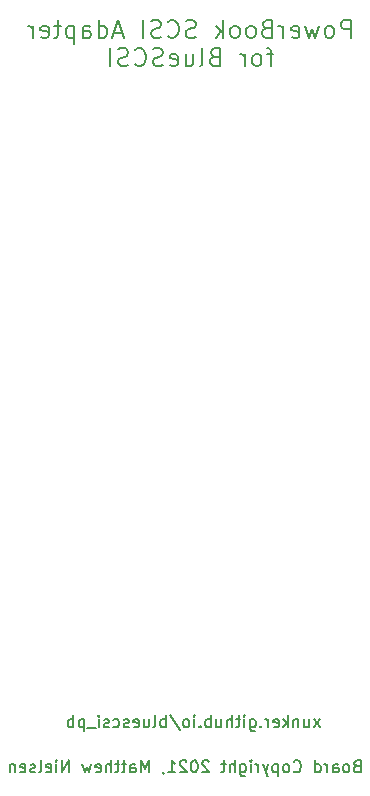
<source format=gbr>
%TF.GenerationSoftware,KiCad,Pcbnew,(5.1.8-0-10_14)*%
%TF.CreationDate,2021-04-03T20:08:11-06:00*%
%TF.ProjectId,bluescsi_powerbook,626c7565-7363-4736-995f-706f77657262,rev?*%
%TF.SameCoordinates,Original*%
%TF.FileFunction,Legend,Bot*%
%TF.FilePolarity,Positive*%
%FSLAX46Y46*%
G04 Gerber Fmt 4.6, Leading zero omitted, Abs format (unit mm)*
G04 Created by KiCad (PCBNEW (5.1.8-0-10_14)) date 2021-04-03 20:08:11*
%MOMM*%
%LPD*%
G01*
G04 APERTURE LIST*
%ADD10C,0.150000*%
G04 APERTURE END LIST*
D10*
X128029642Y-131262380D02*
X127505833Y-130595714D01*
X128029642Y-130595714D02*
X127505833Y-131262380D01*
X126696309Y-130595714D02*
X126696309Y-131262380D01*
X127124880Y-130595714D02*
X127124880Y-131119523D01*
X127077261Y-131214761D01*
X126982023Y-131262380D01*
X126839166Y-131262380D01*
X126743928Y-131214761D01*
X126696309Y-131167142D01*
X126220119Y-130595714D02*
X126220119Y-131262380D01*
X126220119Y-130690952D02*
X126172500Y-130643333D01*
X126077261Y-130595714D01*
X125934404Y-130595714D01*
X125839166Y-130643333D01*
X125791547Y-130738571D01*
X125791547Y-131262380D01*
X125315357Y-131262380D02*
X125315357Y-130262380D01*
X125220119Y-130881428D02*
X124934404Y-131262380D01*
X124934404Y-130595714D02*
X125315357Y-130976666D01*
X124124880Y-131214761D02*
X124220119Y-131262380D01*
X124410595Y-131262380D01*
X124505833Y-131214761D01*
X124553452Y-131119523D01*
X124553452Y-130738571D01*
X124505833Y-130643333D01*
X124410595Y-130595714D01*
X124220119Y-130595714D01*
X124124880Y-130643333D01*
X124077261Y-130738571D01*
X124077261Y-130833809D01*
X124553452Y-130929047D01*
X123648690Y-131262380D02*
X123648690Y-130595714D01*
X123648690Y-130786190D02*
X123601071Y-130690952D01*
X123553452Y-130643333D01*
X123458214Y-130595714D01*
X123362976Y-130595714D01*
X123029642Y-131167142D02*
X122982023Y-131214761D01*
X123029642Y-131262380D01*
X123077261Y-131214761D01*
X123029642Y-131167142D01*
X123029642Y-131262380D01*
X122124880Y-130595714D02*
X122124880Y-131405238D01*
X122172500Y-131500476D01*
X122220119Y-131548095D01*
X122315357Y-131595714D01*
X122458214Y-131595714D01*
X122553452Y-131548095D01*
X122124880Y-131214761D02*
X122220119Y-131262380D01*
X122410595Y-131262380D01*
X122505833Y-131214761D01*
X122553452Y-131167142D01*
X122601071Y-131071904D01*
X122601071Y-130786190D01*
X122553452Y-130690952D01*
X122505833Y-130643333D01*
X122410595Y-130595714D01*
X122220119Y-130595714D01*
X122124880Y-130643333D01*
X121648690Y-131262380D02*
X121648690Y-130595714D01*
X121648690Y-130262380D02*
X121696309Y-130310000D01*
X121648690Y-130357619D01*
X121601071Y-130310000D01*
X121648690Y-130262380D01*
X121648690Y-130357619D01*
X121315357Y-130595714D02*
X120934404Y-130595714D01*
X121172500Y-130262380D02*
X121172500Y-131119523D01*
X121124880Y-131214761D01*
X121029642Y-131262380D01*
X120934404Y-131262380D01*
X120601071Y-131262380D02*
X120601071Y-130262380D01*
X120172500Y-131262380D02*
X120172500Y-130738571D01*
X120220119Y-130643333D01*
X120315357Y-130595714D01*
X120458214Y-130595714D01*
X120553452Y-130643333D01*
X120601071Y-130690952D01*
X119267738Y-130595714D02*
X119267738Y-131262380D01*
X119696309Y-130595714D02*
X119696309Y-131119523D01*
X119648690Y-131214761D01*
X119553452Y-131262380D01*
X119410595Y-131262380D01*
X119315357Y-131214761D01*
X119267738Y-131167142D01*
X118791547Y-131262380D02*
X118791547Y-130262380D01*
X118791547Y-130643333D02*
X118696309Y-130595714D01*
X118505833Y-130595714D01*
X118410595Y-130643333D01*
X118362976Y-130690952D01*
X118315357Y-130786190D01*
X118315357Y-131071904D01*
X118362976Y-131167142D01*
X118410595Y-131214761D01*
X118505833Y-131262380D01*
X118696309Y-131262380D01*
X118791547Y-131214761D01*
X117886785Y-131167142D02*
X117839166Y-131214761D01*
X117886785Y-131262380D01*
X117934404Y-131214761D01*
X117886785Y-131167142D01*
X117886785Y-131262380D01*
X117410595Y-131262380D02*
X117410595Y-130595714D01*
X117410595Y-130262380D02*
X117458214Y-130310000D01*
X117410595Y-130357619D01*
X117362976Y-130310000D01*
X117410595Y-130262380D01*
X117410595Y-130357619D01*
X116791547Y-131262380D02*
X116886785Y-131214761D01*
X116934404Y-131167142D01*
X116982023Y-131071904D01*
X116982023Y-130786190D01*
X116934404Y-130690952D01*
X116886785Y-130643333D01*
X116791547Y-130595714D01*
X116648690Y-130595714D01*
X116553452Y-130643333D01*
X116505833Y-130690952D01*
X116458214Y-130786190D01*
X116458214Y-131071904D01*
X116505833Y-131167142D01*
X116553452Y-131214761D01*
X116648690Y-131262380D01*
X116791547Y-131262380D01*
X115315357Y-130214761D02*
X116172500Y-131500476D01*
X114982023Y-131262380D02*
X114982023Y-130262380D01*
X114982023Y-130643333D02*
X114886785Y-130595714D01*
X114696309Y-130595714D01*
X114601071Y-130643333D01*
X114553452Y-130690952D01*
X114505833Y-130786190D01*
X114505833Y-131071904D01*
X114553452Y-131167142D01*
X114601071Y-131214761D01*
X114696309Y-131262380D01*
X114886785Y-131262380D01*
X114982023Y-131214761D01*
X113934404Y-131262380D02*
X114029642Y-131214761D01*
X114077261Y-131119523D01*
X114077261Y-130262380D01*
X113124880Y-130595714D02*
X113124880Y-131262380D01*
X113553452Y-130595714D02*
X113553452Y-131119523D01*
X113505833Y-131214761D01*
X113410595Y-131262380D01*
X113267738Y-131262380D01*
X113172500Y-131214761D01*
X113124880Y-131167142D01*
X112267738Y-131214761D02*
X112362976Y-131262380D01*
X112553452Y-131262380D01*
X112648690Y-131214761D01*
X112696309Y-131119523D01*
X112696309Y-130738571D01*
X112648690Y-130643333D01*
X112553452Y-130595714D01*
X112362976Y-130595714D01*
X112267738Y-130643333D01*
X112220119Y-130738571D01*
X112220119Y-130833809D01*
X112696309Y-130929047D01*
X111839166Y-131214761D02*
X111743928Y-131262380D01*
X111553452Y-131262380D01*
X111458214Y-131214761D01*
X111410595Y-131119523D01*
X111410595Y-131071904D01*
X111458214Y-130976666D01*
X111553452Y-130929047D01*
X111696309Y-130929047D01*
X111791547Y-130881428D01*
X111839166Y-130786190D01*
X111839166Y-130738571D01*
X111791547Y-130643333D01*
X111696309Y-130595714D01*
X111553452Y-130595714D01*
X111458214Y-130643333D01*
X110553452Y-131214761D02*
X110648690Y-131262380D01*
X110839166Y-131262380D01*
X110934404Y-131214761D01*
X110982023Y-131167142D01*
X111029642Y-131071904D01*
X111029642Y-130786190D01*
X110982023Y-130690952D01*
X110934404Y-130643333D01*
X110839166Y-130595714D01*
X110648690Y-130595714D01*
X110553452Y-130643333D01*
X110172500Y-131214761D02*
X110077261Y-131262380D01*
X109886785Y-131262380D01*
X109791547Y-131214761D01*
X109743928Y-131119523D01*
X109743928Y-131071904D01*
X109791547Y-130976666D01*
X109886785Y-130929047D01*
X110029642Y-130929047D01*
X110124880Y-130881428D01*
X110172500Y-130786190D01*
X110172500Y-130738571D01*
X110124880Y-130643333D01*
X110029642Y-130595714D01*
X109886785Y-130595714D01*
X109791547Y-130643333D01*
X109315357Y-131262380D02*
X109315357Y-130595714D01*
X109315357Y-130262380D02*
X109362976Y-130310000D01*
X109315357Y-130357619D01*
X109267738Y-130310000D01*
X109315357Y-130262380D01*
X109315357Y-130357619D01*
X109077261Y-131357619D02*
X108315357Y-131357619D01*
X108077261Y-130595714D02*
X108077261Y-131595714D01*
X108077261Y-130643333D02*
X107982023Y-130595714D01*
X107791547Y-130595714D01*
X107696309Y-130643333D01*
X107648690Y-130690952D01*
X107601071Y-130786190D01*
X107601071Y-131071904D01*
X107648690Y-131167142D01*
X107696309Y-131214761D01*
X107791547Y-131262380D01*
X107982023Y-131262380D01*
X108077261Y-131214761D01*
X107172500Y-131262380D02*
X107172500Y-130262380D01*
X107172500Y-130643333D02*
X107077261Y-130595714D01*
X106886785Y-130595714D01*
X106791547Y-130643333D01*
X106743928Y-130690952D01*
X106696309Y-130786190D01*
X106696309Y-131071904D01*
X106743928Y-131167142D01*
X106791547Y-131214761D01*
X106886785Y-131262380D01*
X107077261Y-131262380D01*
X107172500Y-131214761D01*
X130665428Y-72884571D02*
X130665428Y-71384571D01*
X130094000Y-71384571D01*
X129951142Y-71456000D01*
X129879714Y-71527428D01*
X129808285Y-71670285D01*
X129808285Y-71884571D01*
X129879714Y-72027428D01*
X129951142Y-72098857D01*
X130094000Y-72170285D01*
X130665428Y-72170285D01*
X128951142Y-72884571D02*
X129094000Y-72813142D01*
X129165428Y-72741714D01*
X129236857Y-72598857D01*
X129236857Y-72170285D01*
X129165428Y-72027428D01*
X129094000Y-71956000D01*
X128951142Y-71884571D01*
X128736857Y-71884571D01*
X128594000Y-71956000D01*
X128522571Y-72027428D01*
X128451142Y-72170285D01*
X128451142Y-72598857D01*
X128522571Y-72741714D01*
X128594000Y-72813142D01*
X128736857Y-72884571D01*
X128951142Y-72884571D01*
X127951142Y-71884571D02*
X127665428Y-72884571D01*
X127379714Y-72170285D01*
X127094000Y-72884571D01*
X126808285Y-71884571D01*
X125665428Y-72813142D02*
X125808285Y-72884571D01*
X126094000Y-72884571D01*
X126236857Y-72813142D01*
X126308285Y-72670285D01*
X126308285Y-72098857D01*
X126236857Y-71956000D01*
X126094000Y-71884571D01*
X125808285Y-71884571D01*
X125665428Y-71956000D01*
X125594000Y-72098857D01*
X125594000Y-72241714D01*
X126308285Y-72384571D01*
X124951142Y-72884571D02*
X124951142Y-71884571D01*
X124951142Y-72170285D02*
X124879714Y-72027428D01*
X124808285Y-71956000D01*
X124665428Y-71884571D01*
X124522571Y-71884571D01*
X123522571Y-72098857D02*
X123308285Y-72170285D01*
X123236857Y-72241714D01*
X123165428Y-72384571D01*
X123165428Y-72598857D01*
X123236857Y-72741714D01*
X123308285Y-72813142D01*
X123451142Y-72884571D01*
X124022571Y-72884571D01*
X124022571Y-71384571D01*
X123522571Y-71384571D01*
X123379714Y-71456000D01*
X123308285Y-71527428D01*
X123236857Y-71670285D01*
X123236857Y-71813142D01*
X123308285Y-71956000D01*
X123379714Y-72027428D01*
X123522571Y-72098857D01*
X124022571Y-72098857D01*
X122308285Y-72884571D02*
X122451142Y-72813142D01*
X122522571Y-72741714D01*
X122594000Y-72598857D01*
X122594000Y-72170285D01*
X122522571Y-72027428D01*
X122451142Y-71956000D01*
X122308285Y-71884571D01*
X122094000Y-71884571D01*
X121951142Y-71956000D01*
X121879714Y-72027428D01*
X121808285Y-72170285D01*
X121808285Y-72598857D01*
X121879714Y-72741714D01*
X121951142Y-72813142D01*
X122094000Y-72884571D01*
X122308285Y-72884571D01*
X120951142Y-72884571D02*
X121094000Y-72813142D01*
X121165428Y-72741714D01*
X121236857Y-72598857D01*
X121236857Y-72170285D01*
X121165428Y-72027428D01*
X121094000Y-71956000D01*
X120951142Y-71884571D01*
X120736857Y-71884571D01*
X120594000Y-71956000D01*
X120522571Y-72027428D01*
X120451142Y-72170285D01*
X120451142Y-72598857D01*
X120522571Y-72741714D01*
X120594000Y-72813142D01*
X120736857Y-72884571D01*
X120951142Y-72884571D01*
X119808285Y-72884571D02*
X119808285Y-71384571D01*
X119665428Y-72313142D02*
X119236857Y-72884571D01*
X119236857Y-71884571D02*
X119808285Y-72456000D01*
X117522571Y-72813142D02*
X117308285Y-72884571D01*
X116951142Y-72884571D01*
X116808285Y-72813142D01*
X116736857Y-72741714D01*
X116665428Y-72598857D01*
X116665428Y-72456000D01*
X116736857Y-72313142D01*
X116808285Y-72241714D01*
X116951142Y-72170285D01*
X117236857Y-72098857D01*
X117379714Y-72027428D01*
X117451142Y-71956000D01*
X117522571Y-71813142D01*
X117522571Y-71670285D01*
X117451142Y-71527428D01*
X117379714Y-71456000D01*
X117236857Y-71384571D01*
X116879714Y-71384571D01*
X116665428Y-71456000D01*
X115165428Y-72741714D02*
X115236857Y-72813142D01*
X115451142Y-72884571D01*
X115594000Y-72884571D01*
X115808285Y-72813142D01*
X115951142Y-72670285D01*
X116022571Y-72527428D01*
X116094000Y-72241714D01*
X116094000Y-72027428D01*
X116022571Y-71741714D01*
X115951142Y-71598857D01*
X115808285Y-71456000D01*
X115594000Y-71384571D01*
X115451142Y-71384571D01*
X115236857Y-71456000D01*
X115165428Y-71527428D01*
X114594000Y-72813142D02*
X114379714Y-72884571D01*
X114022571Y-72884571D01*
X113879714Y-72813142D01*
X113808285Y-72741714D01*
X113736857Y-72598857D01*
X113736857Y-72456000D01*
X113808285Y-72313142D01*
X113879714Y-72241714D01*
X114022571Y-72170285D01*
X114308285Y-72098857D01*
X114451142Y-72027428D01*
X114522571Y-71956000D01*
X114594000Y-71813142D01*
X114594000Y-71670285D01*
X114522571Y-71527428D01*
X114451142Y-71456000D01*
X114308285Y-71384571D01*
X113951142Y-71384571D01*
X113736857Y-71456000D01*
X113094000Y-72884571D02*
X113094000Y-71384571D01*
X111308285Y-72456000D02*
X110594000Y-72456000D01*
X111451142Y-72884571D02*
X110951142Y-71384571D01*
X110451142Y-72884571D01*
X109308285Y-72884571D02*
X109308285Y-71384571D01*
X109308285Y-72813142D02*
X109451142Y-72884571D01*
X109736857Y-72884571D01*
X109879714Y-72813142D01*
X109951142Y-72741714D01*
X110022571Y-72598857D01*
X110022571Y-72170285D01*
X109951142Y-72027428D01*
X109879714Y-71956000D01*
X109736857Y-71884571D01*
X109451142Y-71884571D01*
X109308285Y-71956000D01*
X107951142Y-72884571D02*
X107951142Y-72098857D01*
X108022571Y-71956000D01*
X108165428Y-71884571D01*
X108451142Y-71884571D01*
X108594000Y-71956000D01*
X107951142Y-72813142D02*
X108094000Y-72884571D01*
X108451142Y-72884571D01*
X108594000Y-72813142D01*
X108665428Y-72670285D01*
X108665428Y-72527428D01*
X108594000Y-72384571D01*
X108451142Y-72313142D01*
X108094000Y-72313142D01*
X107951142Y-72241714D01*
X107236857Y-71884571D02*
X107236857Y-73384571D01*
X107236857Y-71956000D02*
X107094000Y-71884571D01*
X106808285Y-71884571D01*
X106665428Y-71956000D01*
X106594000Y-72027428D01*
X106522571Y-72170285D01*
X106522571Y-72598857D01*
X106594000Y-72741714D01*
X106665428Y-72813142D01*
X106808285Y-72884571D01*
X107094000Y-72884571D01*
X107236857Y-72813142D01*
X106094000Y-71884571D02*
X105522571Y-71884571D01*
X105879714Y-71384571D02*
X105879714Y-72670285D01*
X105808285Y-72813142D01*
X105665428Y-72884571D01*
X105522571Y-72884571D01*
X104451142Y-72813142D02*
X104594000Y-72884571D01*
X104879714Y-72884571D01*
X105022571Y-72813142D01*
X105094000Y-72670285D01*
X105094000Y-72098857D01*
X105022571Y-71956000D01*
X104879714Y-71884571D01*
X104594000Y-71884571D01*
X104451142Y-71956000D01*
X104379714Y-72098857D01*
X104379714Y-72241714D01*
X105094000Y-72384571D01*
X103736857Y-72884571D02*
X103736857Y-71884571D01*
X103736857Y-72170285D02*
X103665428Y-72027428D01*
X103594000Y-71956000D01*
X103451142Y-71884571D01*
X103308285Y-71884571D01*
X124094000Y-74284571D02*
X123522571Y-74284571D01*
X123879714Y-75284571D02*
X123879714Y-73998857D01*
X123808285Y-73856000D01*
X123665428Y-73784571D01*
X123522571Y-73784571D01*
X122808285Y-75284571D02*
X122951142Y-75213142D01*
X123022571Y-75141714D01*
X123094000Y-74998857D01*
X123094000Y-74570285D01*
X123022571Y-74427428D01*
X122951142Y-74356000D01*
X122808285Y-74284571D01*
X122594000Y-74284571D01*
X122451142Y-74356000D01*
X122379714Y-74427428D01*
X122308285Y-74570285D01*
X122308285Y-74998857D01*
X122379714Y-75141714D01*
X122451142Y-75213142D01*
X122594000Y-75284571D01*
X122808285Y-75284571D01*
X121665428Y-75284571D02*
X121665428Y-74284571D01*
X121665428Y-74570285D02*
X121594000Y-74427428D01*
X121522571Y-74356000D01*
X121379714Y-74284571D01*
X121236857Y-74284571D01*
X119094000Y-74498857D02*
X118879714Y-74570285D01*
X118808285Y-74641714D01*
X118736857Y-74784571D01*
X118736857Y-74998857D01*
X118808285Y-75141714D01*
X118879714Y-75213142D01*
X119022571Y-75284571D01*
X119594000Y-75284571D01*
X119594000Y-73784571D01*
X119094000Y-73784571D01*
X118951142Y-73856000D01*
X118879714Y-73927428D01*
X118808285Y-74070285D01*
X118808285Y-74213142D01*
X118879714Y-74356000D01*
X118951142Y-74427428D01*
X119094000Y-74498857D01*
X119594000Y-74498857D01*
X117879714Y-75284571D02*
X118022571Y-75213142D01*
X118094000Y-75070285D01*
X118094000Y-73784571D01*
X116665428Y-74284571D02*
X116665428Y-75284571D01*
X117308285Y-74284571D02*
X117308285Y-75070285D01*
X117236857Y-75213142D01*
X117094000Y-75284571D01*
X116879714Y-75284571D01*
X116736857Y-75213142D01*
X116665428Y-75141714D01*
X115379714Y-75213142D02*
X115522571Y-75284571D01*
X115808285Y-75284571D01*
X115951142Y-75213142D01*
X116022571Y-75070285D01*
X116022571Y-74498857D01*
X115951142Y-74356000D01*
X115808285Y-74284571D01*
X115522571Y-74284571D01*
X115379714Y-74356000D01*
X115308285Y-74498857D01*
X115308285Y-74641714D01*
X116022571Y-74784571D01*
X114736857Y-75213142D02*
X114522571Y-75284571D01*
X114165428Y-75284571D01*
X114022571Y-75213142D01*
X113951142Y-75141714D01*
X113879714Y-74998857D01*
X113879714Y-74856000D01*
X113951142Y-74713142D01*
X114022571Y-74641714D01*
X114165428Y-74570285D01*
X114451142Y-74498857D01*
X114594000Y-74427428D01*
X114665428Y-74356000D01*
X114736857Y-74213142D01*
X114736857Y-74070285D01*
X114665428Y-73927428D01*
X114594000Y-73856000D01*
X114451142Y-73784571D01*
X114094000Y-73784571D01*
X113879714Y-73856000D01*
X112379714Y-75141714D02*
X112451142Y-75213142D01*
X112665428Y-75284571D01*
X112808285Y-75284571D01*
X113022571Y-75213142D01*
X113165428Y-75070285D01*
X113236857Y-74927428D01*
X113308285Y-74641714D01*
X113308285Y-74427428D01*
X113236857Y-74141714D01*
X113165428Y-73998857D01*
X113022571Y-73856000D01*
X112808285Y-73784571D01*
X112665428Y-73784571D01*
X112451142Y-73856000D01*
X112379714Y-73927428D01*
X111808285Y-75213142D02*
X111594000Y-75284571D01*
X111236857Y-75284571D01*
X111094000Y-75213142D01*
X111022571Y-75141714D01*
X110951142Y-74998857D01*
X110951142Y-74856000D01*
X111022571Y-74713142D01*
X111094000Y-74641714D01*
X111236857Y-74570285D01*
X111522571Y-74498857D01*
X111665428Y-74427428D01*
X111736857Y-74356000D01*
X111808285Y-74213142D01*
X111808285Y-74070285D01*
X111736857Y-73927428D01*
X111665428Y-73856000D01*
X111522571Y-73784571D01*
X111165428Y-73784571D01*
X110951142Y-73856000D01*
X110308285Y-75284571D02*
X110308285Y-73784571D01*
X131157071Y-134548571D02*
X131014214Y-134596190D01*
X130966595Y-134643809D01*
X130918976Y-134739047D01*
X130918976Y-134881904D01*
X130966595Y-134977142D01*
X131014214Y-135024761D01*
X131109452Y-135072380D01*
X131490404Y-135072380D01*
X131490404Y-134072380D01*
X131157071Y-134072380D01*
X131061833Y-134120000D01*
X131014214Y-134167619D01*
X130966595Y-134262857D01*
X130966595Y-134358095D01*
X131014214Y-134453333D01*
X131061833Y-134500952D01*
X131157071Y-134548571D01*
X131490404Y-134548571D01*
X130347547Y-135072380D02*
X130442785Y-135024761D01*
X130490404Y-134977142D01*
X130538023Y-134881904D01*
X130538023Y-134596190D01*
X130490404Y-134500952D01*
X130442785Y-134453333D01*
X130347547Y-134405714D01*
X130204690Y-134405714D01*
X130109452Y-134453333D01*
X130061833Y-134500952D01*
X130014214Y-134596190D01*
X130014214Y-134881904D01*
X130061833Y-134977142D01*
X130109452Y-135024761D01*
X130204690Y-135072380D01*
X130347547Y-135072380D01*
X129157071Y-135072380D02*
X129157071Y-134548571D01*
X129204690Y-134453333D01*
X129299928Y-134405714D01*
X129490404Y-134405714D01*
X129585642Y-134453333D01*
X129157071Y-135024761D02*
X129252309Y-135072380D01*
X129490404Y-135072380D01*
X129585642Y-135024761D01*
X129633261Y-134929523D01*
X129633261Y-134834285D01*
X129585642Y-134739047D01*
X129490404Y-134691428D01*
X129252309Y-134691428D01*
X129157071Y-134643809D01*
X128680880Y-135072380D02*
X128680880Y-134405714D01*
X128680880Y-134596190D02*
X128633261Y-134500952D01*
X128585642Y-134453333D01*
X128490404Y-134405714D01*
X128395166Y-134405714D01*
X127633261Y-135072380D02*
X127633261Y-134072380D01*
X127633261Y-135024761D02*
X127728500Y-135072380D01*
X127918976Y-135072380D01*
X128014214Y-135024761D01*
X128061833Y-134977142D01*
X128109452Y-134881904D01*
X128109452Y-134596190D01*
X128061833Y-134500952D01*
X128014214Y-134453333D01*
X127918976Y-134405714D01*
X127728500Y-134405714D01*
X127633261Y-134453333D01*
X125823738Y-134977142D02*
X125871357Y-135024761D01*
X126014214Y-135072380D01*
X126109452Y-135072380D01*
X126252309Y-135024761D01*
X126347547Y-134929523D01*
X126395166Y-134834285D01*
X126442785Y-134643809D01*
X126442785Y-134500952D01*
X126395166Y-134310476D01*
X126347547Y-134215238D01*
X126252309Y-134120000D01*
X126109452Y-134072380D01*
X126014214Y-134072380D01*
X125871357Y-134120000D01*
X125823738Y-134167619D01*
X125252309Y-135072380D02*
X125347547Y-135024761D01*
X125395166Y-134977142D01*
X125442785Y-134881904D01*
X125442785Y-134596190D01*
X125395166Y-134500952D01*
X125347547Y-134453333D01*
X125252309Y-134405714D01*
X125109452Y-134405714D01*
X125014214Y-134453333D01*
X124966595Y-134500952D01*
X124918976Y-134596190D01*
X124918976Y-134881904D01*
X124966595Y-134977142D01*
X125014214Y-135024761D01*
X125109452Y-135072380D01*
X125252309Y-135072380D01*
X124490404Y-134405714D02*
X124490404Y-135405714D01*
X124490404Y-134453333D02*
X124395166Y-134405714D01*
X124204690Y-134405714D01*
X124109452Y-134453333D01*
X124061833Y-134500952D01*
X124014214Y-134596190D01*
X124014214Y-134881904D01*
X124061833Y-134977142D01*
X124109452Y-135024761D01*
X124204690Y-135072380D01*
X124395166Y-135072380D01*
X124490404Y-135024761D01*
X123680880Y-134405714D02*
X123442785Y-135072380D01*
X123204690Y-134405714D02*
X123442785Y-135072380D01*
X123538023Y-135310476D01*
X123585642Y-135358095D01*
X123680880Y-135405714D01*
X122823738Y-135072380D02*
X122823738Y-134405714D01*
X122823738Y-134596190D02*
X122776119Y-134500952D01*
X122728500Y-134453333D01*
X122633261Y-134405714D01*
X122538023Y-134405714D01*
X122204690Y-135072380D02*
X122204690Y-134405714D01*
X122204690Y-134072380D02*
X122252309Y-134120000D01*
X122204690Y-134167619D01*
X122157071Y-134120000D01*
X122204690Y-134072380D01*
X122204690Y-134167619D01*
X121299928Y-134405714D02*
X121299928Y-135215238D01*
X121347547Y-135310476D01*
X121395166Y-135358095D01*
X121490404Y-135405714D01*
X121633261Y-135405714D01*
X121728500Y-135358095D01*
X121299928Y-135024761D02*
X121395166Y-135072380D01*
X121585642Y-135072380D01*
X121680880Y-135024761D01*
X121728500Y-134977142D01*
X121776119Y-134881904D01*
X121776119Y-134596190D01*
X121728500Y-134500952D01*
X121680880Y-134453333D01*
X121585642Y-134405714D01*
X121395166Y-134405714D01*
X121299928Y-134453333D01*
X120823738Y-135072380D02*
X120823738Y-134072380D01*
X120395166Y-135072380D02*
X120395166Y-134548571D01*
X120442785Y-134453333D01*
X120538023Y-134405714D01*
X120680880Y-134405714D01*
X120776119Y-134453333D01*
X120823738Y-134500952D01*
X120061833Y-134405714D02*
X119680880Y-134405714D01*
X119918976Y-134072380D02*
X119918976Y-134929523D01*
X119871357Y-135024761D01*
X119776119Y-135072380D01*
X119680880Y-135072380D01*
X118633261Y-134167619D02*
X118585642Y-134120000D01*
X118490404Y-134072380D01*
X118252309Y-134072380D01*
X118157071Y-134120000D01*
X118109452Y-134167619D01*
X118061833Y-134262857D01*
X118061833Y-134358095D01*
X118109452Y-134500952D01*
X118680880Y-135072380D01*
X118061833Y-135072380D01*
X117442785Y-134072380D02*
X117347547Y-134072380D01*
X117252309Y-134120000D01*
X117204690Y-134167619D01*
X117157071Y-134262857D01*
X117109452Y-134453333D01*
X117109452Y-134691428D01*
X117157071Y-134881904D01*
X117204690Y-134977142D01*
X117252309Y-135024761D01*
X117347547Y-135072380D01*
X117442785Y-135072380D01*
X117538023Y-135024761D01*
X117585642Y-134977142D01*
X117633261Y-134881904D01*
X117680880Y-134691428D01*
X117680880Y-134453333D01*
X117633261Y-134262857D01*
X117585642Y-134167619D01*
X117538023Y-134120000D01*
X117442785Y-134072380D01*
X116728500Y-134167619D02*
X116680880Y-134120000D01*
X116585642Y-134072380D01*
X116347547Y-134072380D01*
X116252309Y-134120000D01*
X116204690Y-134167619D01*
X116157071Y-134262857D01*
X116157071Y-134358095D01*
X116204690Y-134500952D01*
X116776119Y-135072380D01*
X116157071Y-135072380D01*
X115204690Y-135072380D02*
X115776119Y-135072380D01*
X115490404Y-135072380D02*
X115490404Y-134072380D01*
X115585642Y-134215238D01*
X115680880Y-134310476D01*
X115776119Y-134358095D01*
X114728500Y-135024761D02*
X114728500Y-135072380D01*
X114776119Y-135167619D01*
X114823738Y-135215238D01*
X113538023Y-135072380D02*
X113538023Y-134072380D01*
X113204690Y-134786666D01*
X112871357Y-134072380D01*
X112871357Y-135072380D01*
X111966595Y-135072380D02*
X111966595Y-134548571D01*
X112014214Y-134453333D01*
X112109452Y-134405714D01*
X112299928Y-134405714D01*
X112395166Y-134453333D01*
X111966595Y-135024761D02*
X112061833Y-135072380D01*
X112299928Y-135072380D01*
X112395166Y-135024761D01*
X112442785Y-134929523D01*
X112442785Y-134834285D01*
X112395166Y-134739047D01*
X112299928Y-134691428D01*
X112061833Y-134691428D01*
X111966595Y-134643809D01*
X111633261Y-134405714D02*
X111252309Y-134405714D01*
X111490404Y-134072380D02*
X111490404Y-134929523D01*
X111442785Y-135024761D01*
X111347547Y-135072380D01*
X111252309Y-135072380D01*
X111061833Y-134405714D02*
X110680880Y-134405714D01*
X110918976Y-134072380D02*
X110918976Y-134929523D01*
X110871357Y-135024761D01*
X110776119Y-135072380D01*
X110680880Y-135072380D01*
X110347547Y-135072380D02*
X110347547Y-134072380D01*
X109918976Y-135072380D02*
X109918976Y-134548571D01*
X109966595Y-134453333D01*
X110061833Y-134405714D01*
X110204690Y-134405714D01*
X110299928Y-134453333D01*
X110347547Y-134500952D01*
X109061833Y-135024761D02*
X109157071Y-135072380D01*
X109347547Y-135072380D01*
X109442785Y-135024761D01*
X109490404Y-134929523D01*
X109490404Y-134548571D01*
X109442785Y-134453333D01*
X109347547Y-134405714D01*
X109157071Y-134405714D01*
X109061833Y-134453333D01*
X109014214Y-134548571D01*
X109014214Y-134643809D01*
X109490404Y-134739047D01*
X108680880Y-134405714D02*
X108490404Y-135072380D01*
X108299928Y-134596190D01*
X108109452Y-135072380D01*
X107918976Y-134405714D01*
X106776119Y-135072380D02*
X106776119Y-134072380D01*
X106204690Y-135072380D01*
X106204690Y-134072380D01*
X105728500Y-135072380D02*
X105728500Y-134405714D01*
X105728500Y-134072380D02*
X105776119Y-134120000D01*
X105728500Y-134167619D01*
X105680880Y-134120000D01*
X105728500Y-134072380D01*
X105728500Y-134167619D01*
X104871357Y-135024761D02*
X104966595Y-135072380D01*
X105157071Y-135072380D01*
X105252309Y-135024761D01*
X105299928Y-134929523D01*
X105299928Y-134548571D01*
X105252309Y-134453333D01*
X105157071Y-134405714D01*
X104966595Y-134405714D01*
X104871357Y-134453333D01*
X104823738Y-134548571D01*
X104823738Y-134643809D01*
X105299928Y-134739047D01*
X104252309Y-135072380D02*
X104347547Y-135024761D01*
X104395166Y-134929523D01*
X104395166Y-134072380D01*
X103918976Y-135024761D02*
X103823738Y-135072380D01*
X103633261Y-135072380D01*
X103538023Y-135024761D01*
X103490404Y-134929523D01*
X103490404Y-134881904D01*
X103538023Y-134786666D01*
X103633261Y-134739047D01*
X103776119Y-134739047D01*
X103871357Y-134691428D01*
X103918976Y-134596190D01*
X103918976Y-134548571D01*
X103871357Y-134453333D01*
X103776119Y-134405714D01*
X103633261Y-134405714D01*
X103538023Y-134453333D01*
X102680880Y-135024761D02*
X102776119Y-135072380D01*
X102966595Y-135072380D01*
X103061833Y-135024761D01*
X103109452Y-134929523D01*
X103109452Y-134548571D01*
X103061833Y-134453333D01*
X102966595Y-134405714D01*
X102776119Y-134405714D01*
X102680880Y-134453333D01*
X102633261Y-134548571D01*
X102633261Y-134643809D01*
X103109452Y-134739047D01*
X102204690Y-134405714D02*
X102204690Y-135072380D01*
X102204690Y-134500952D02*
X102157071Y-134453333D01*
X102061833Y-134405714D01*
X101918976Y-134405714D01*
X101823738Y-134453333D01*
X101776119Y-134548571D01*
X101776119Y-135072380D01*
M02*

</source>
